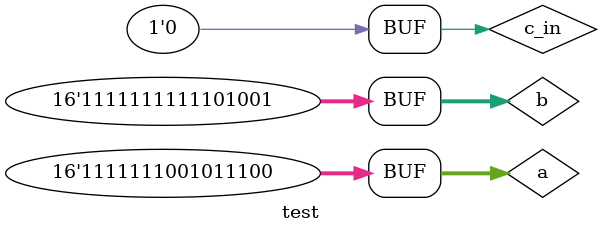
<source format=v>
`timescale 1ns / 1ps

module test();
     reg [15:0] a, b;
     reg  c_in;
     wire GUAT_G, GUAT_P;
     wire [15:0] sum;
     wire c_out;
     
     sumator s(a, b, c_in, GUAT_G, GUAT_P, c_out, sum);
     
     initial begin
        c_in = 1'b0; a = 6969; b = 69;
        #250 c_in = 1'b1; a = 1234; b = -23;
        #250 a = -666; b = 66;
        #250 c_in = 0; a = -420; b = -23;
    end
    
endmodule
</source>
